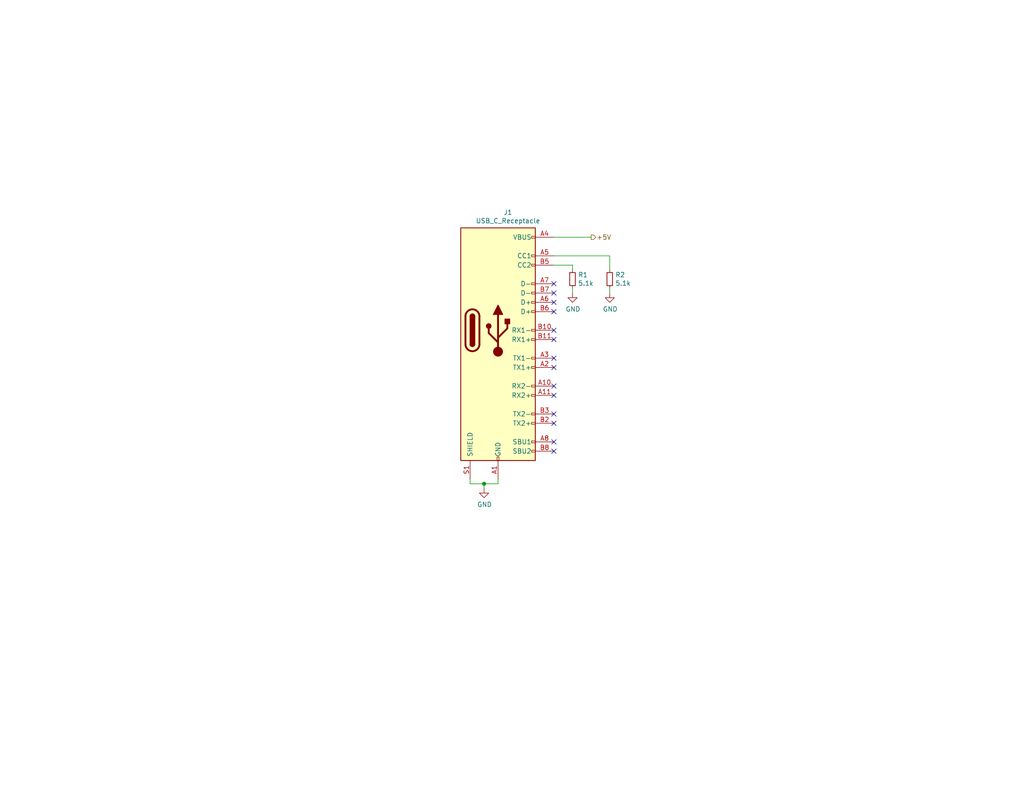
<source format=kicad_sch>
(kicad_sch (version 20211123) (generator eeschema)
  (paper "USLetter")
  (title_block (title "USB") (rev "1.0") (company "Cristóbal Cuevas Lagos") (comment 1 "Cristóbal Cuevas Lagos"))
  (lib_symbols
    (symbol "Connector:USB_C_Receptacle" (pin_names (offset 1.016))
      (property "Reference" "J" (at -10.16 29.21 0))
      (property "Value" "USB_C_Receptacle" (at 10.16 29.21 0))
      (symbol "USB_C_Receptacle_0_0"
        (rectangle (start -0.254 -35.56) (end 0.254 -34.544))
        (rectangle (start 10.16 -32.766) (end 9.144 -33.274))
        (rectangle (start 10.16 -30.226) (end 9.144 -30.734))
        (rectangle (start 10.16 -25.146) (end 9.144 -25.654))
        (rectangle (start 10.16 -22.606) (end 9.144 -23.114))
        (rectangle (start 10.16 -17.526) (end 9.144 -18.034))
        (rectangle (start 10.16 -14.986) (end 9.144 -15.494))
        (rectangle (start 10.16 -9.906) (end 9.144 -10.414))
        (rectangle (start 10.16 -7.366) (end 9.144 -7.874))
        (rectangle (start 10.16 -2.286) (end 9.144 -2.794))
        (rectangle (start 10.16 0.254) (end 9.144 -0.254))
        (rectangle (start 10.16 5.334) (end 9.144 4.826))
        (rectangle (start 10.16 7.874) (end 9.144 7.366))
        (rectangle (start 10.16 10.414) (end 9.144 9.906))
        (rectangle (start 10.16 12.954) (end 9.144 12.446))
        (rectangle (start 10.16 18.034) (end 9.144 17.526))
        (rectangle (start 10.16 20.574) (end 9.144 20.066))
        (rectangle (start 10.16 25.654) (end 9.144 25.146))
      )
      (symbol "USB_C_Receptacle_0_1"
        (rectangle (start -10.16 27.94) (end 10.16 -35.56) (stroke (width 0.254)) (fill (type background)))
        (arc (start -8.89 -3.81) (mid -6.985 -5.715) (end -5.08 -3.81) (stroke (width 0.508)))
        (arc (start -7.62 -3.81) (mid -6.985 -4.445) (end -6.35 -3.81) (stroke (width 0.254)))
        (arc (start -7.62 -3.81) (mid -6.985 -4.445) (end -6.35 -3.81) (stroke (width 0.254)) (fill (type outline)))
        (rectangle (start -7.62 -3.81) (end -6.35 3.81) (stroke (width 0.254)) (fill (type outline)))
        (arc (start -6.35 3.81) (mid -6.985 4.445) (end -7.62 3.81) (stroke (width 0.254)))
        (arc (start -6.35 3.81) (mid -6.985 4.445) (end -7.62 3.81) (stroke (width 0.254)) (fill (type outline)))
        (arc (start -5.08 3.81) (mid -6.985 5.715) (end -8.89 3.81) (stroke (width 0.508)))
        (polyline (pts (xy -8.89 -3.81) (xy -8.89 3.81)) (stroke (width 0.508)))
        (polyline (pts (xy -5.08 3.81) (xy -5.08 -3.81)) (stroke (width 0.508)))
      )
      (symbol "USB_C_Receptacle_1_1"
        (circle (center -2.54 1.143) (radius 0.635) (stroke (width 0.254)) (fill (type outline)))
        (circle (center 0 -5.842) (radius 1.27) (fill (type outline)))
        (polyline (pts (xy 0 -5.842) (xy 0 4.318)) (stroke (width 0.508)))
        (polyline (pts (xy 0 -3.302) (xy -2.54 -0.762) (xy -2.54 0.508)) (stroke (width 0.508)))
        (polyline (pts (xy 0 -2.032) (xy 2.54 0.508) (xy 2.54 1.778)) (stroke (width 0.508)))
        (polyline (pts (xy -1.27 4.318) (xy 0 6.858) (xy 1.27 4.318) (xy -1.27 4.318)) (stroke (width 0.254)) (fill (type outline)))
        (rectangle (start 1.905 1.778) (end 3.175 3.048) (stroke (width 0.254)) (fill (type outline)))
        (pin passive line (at 0 -40.64 90) (length 5.08) (name "GND") (number "A1"))
        (pin bidirectional line (at 15.24 -15.24 180) (length 5.08) (name "RX2-") (number "A10"))
        (pin bidirectional line (at 15.24 -17.78 180) (length 5.08) (name "RX2+") (number "A11"))
        (pin passive line (at 0 -40.64 90) (length 5.08) hide (name "GND") (number "A12"))
        (pin bidirectional line (at 15.24 -10.16 180) (length 5.08) (name "TX1+") (number "A2"))
        (pin bidirectional line (at 15.24 -7.62 180) (length 5.08) (name "TX1-") (number "A3"))
        (pin passive line (at 15.24 25.4 180) (length 5.08) (name "VBUS") (number "A4"))
        (pin bidirectional line (at 15.24 20.32 180) (length 5.08) (name "CC1") (number "A5"))
        (pin bidirectional line (at 15.24 7.62 180) (length 5.08) (name "D+") (number "A6"))
        (pin bidirectional line (at 15.24 12.7 180) (length 5.08) (name "D-") (number "A7"))
        (pin bidirectional line (at 15.24 -30.48 180) (length 5.08) (name "SBU1") (number "A8"))
        (pin passive line (at 15.24 25.4 180) (length 5.08) hide (name "VBUS") (number "A9"))
        (pin passive line (at 0 -40.64 90) (length 5.08) hide (name "GND") (number "B1"))
        (pin bidirectional line (at 15.24 0 180) (length 5.08) (name "RX1-") (number "B10"))
        (pin bidirectional line (at 15.24 -2.54 180) (length 5.08) (name "RX1+") (number "B11"))
        (pin passive line (at 0 -40.64 90) (length 5.08) hide (name "GND") (number "B12"))
        (pin bidirectional line (at 15.24 -25.4 180) (length 5.08) (name "TX2+") (number "B2"))
        (pin bidirectional line (at 15.24 -22.86 180) (length 5.08) (name "TX2-") (number "B3"))
        (pin passive line (at 15.24 25.4 180) (length 5.08) hide (name "VBUS") (number "B4"))
        (pin bidirectional line (at 15.24 17.78 180) (length 5.08) (name "CC2") (number "B5"))
        (pin bidirectional line (at 15.24 5.08 180) (length 5.08) (name "D+") (number "B6"))
        (pin bidirectional line (at 15.24 10.16 180) (length 5.08) (name "D-") (number "B7"))
        (pin bidirectional line (at 15.24 -33.02 180) (length 5.08) (name "SBU2") (number "B8"))
        (pin passive line (at 15.24 25.4 180) (length 5.08) hide (name "VBUS") (number "B9"))
        (pin passive line (at -7.62 -40.64 90) (length 5.08) (name "SHIELD") (number "S1"))
      )
    )
    (symbol "Device:R_Small" (pin_numbers hide) (pin_names (offset 0.254) hide)
      (property "Reference" "R" (at 0.762 0.508 0))
      (property "Value" "R_Small" (at 0.762 -1.016 0))
      (symbol "R_Small_0_1"
        (rectangle (start -0.762 1.778) (end 0.762 -1.778) (stroke (width 0.2032)))
      )
      (symbol "R_Small_1_1"
        (pin passive line (at 0 2.54 270) (length 0.762) (name "~") (number "1"))
        (pin passive line (at 0 -2.54 90) (length 0.762) (name "~") (number "2"))
      )
    )
    (symbol "power:GND" (power) (pin_names (offset 0))
      (property "Value" "GND" (at 0 -3.81 0))
      (symbol "GND_0_1"
        (polyline (pts (xy 0 0) (xy 0 -1.27) (xy 1.27 -1.27) (xy 0 -2.54) (xy -1.27 -1.27) (xy 0 -1.27)))
      )
      (symbol "GND_1_1"
        (pin power_in line (at 0 0 270) (length 0) hide (name "GND") (number "1"))
      )
    )
  )
  (junction (at 132.08 132.08))
  (no_connect (at 151.13 113.03))
  (no_connect (at 151.13 100.33))
  (no_connect (at 151.13 82.55))
  (no_connect (at 151.13 123.19))
  (no_connect (at 151.13 92.71))
  (no_connect (at 151.13 97.79))
  (no_connect (at 151.13 105.41))
  (no_connect (at 151.13 107.95))
  (no_connect (at 151.13 115.57))
  (no_connect (at 151.13 120.65))
  (no_connect (at 151.13 77.47))
  (no_connect (at 151.13 90.17))
  (no_connect (at 151.13 85.09))
  (no_connect (at 151.13 80.01))
  (wire (pts (xy 156.21 72.39) (xy 156.21 73.66)))
  (wire (pts (xy 151.13 72.39) (xy 156.21 72.39)))
  (wire (pts (xy 132.08 133.35) (xy 132.08 132.08)))
  (wire (pts (xy 156.21 78.74) (xy 156.21 80.01)))
  (wire (pts (xy 132.08 132.08) (xy 135.89 132.08)))
  (wire (pts (xy 166.37 69.85) (xy 166.37 73.66)))
  (wire (pts (xy 135.89 132.08) (xy 135.89 130.81)))
  (wire (pts (xy 151.13 64.77) (xy 161.29 64.77)))
  (wire (pts (xy 151.13 69.85) (xy 166.37 69.85)))
  (wire (pts (xy 128.27 132.08) (xy 132.08 132.08)))
  (wire (pts (xy 128.27 130.81) (xy 128.27 132.08)))
  (wire (pts (xy 166.37 78.74) (xy 166.37 80.01)))
  (hierarchical_label "+5V" (shape output) (at 161.29 64.77 0))
  (symbol (lib_id "Connector:USB_C_Receptacle") (at 135.89 90.17 0) (unit 1)
    (property "Reference" "J1" (at 138.6078 57.9882 0))
    (property "Value" "USB_C_Receptacle" (at 138.6078 60.2996 0))
    (property "Footprint" "Connector_USB:USB_C_Receptacle_XKB_U262-16XN-4BVC11" (effects hide))
    (property "Datasheet" "https://www.usb.org/sites/default/files/documents/usb_type-c.zip" (effects hide))
  )
  (symbol (lib_id "power:GND") (at 132.08 133.35 0) (unit 1)
    (property "Reference" "#PWR03" (effects hide))
    (property "Value" "GND" (at 132.207 137.7442 0))
  )
  (symbol (lib_id "Device:R_Small") (at 156.21 76.2 0) (unit 1)
    (property "Reference" "R1" (at 157.7086 75.0316 0) (effects (justify left)))
    (property "Value" "5.1k" (at 157.7086 77.343 0) (effects (justify left)))
    (property "Footprint" "Resistor_SMD:R_0603_1608Metric" (effects hide))
  )
  (symbol (lib_id "Device:R_Small") (at 166.37 76.2 0) (unit 1)
    (property "Reference" "R2" (at 167.8686 75.0316 0) (effects (justify left)))
    (property "Value" "5.1k" (at 167.8686 77.343 0) (effects (justify left)))
    (property "Footprint" "Resistor_SMD:R_0603_1608Metric" (effects hide))
  )
  (symbol (lib_id "power:GND") (at 156.21 80.01 0) (unit 1)
    (property "Reference" "#PWR01" (effects hide))
    (property "Value" "GND" (at 156.337 84.4042 0))
  )
  (symbol (lib_id "power:GND") (at 166.37 80.01 0) (unit 1)
    (property "Reference" "#PWR02" (effects hide))
    (property "Value" "GND" (at 166.497 84.4042 0))
  )
)
</source>
